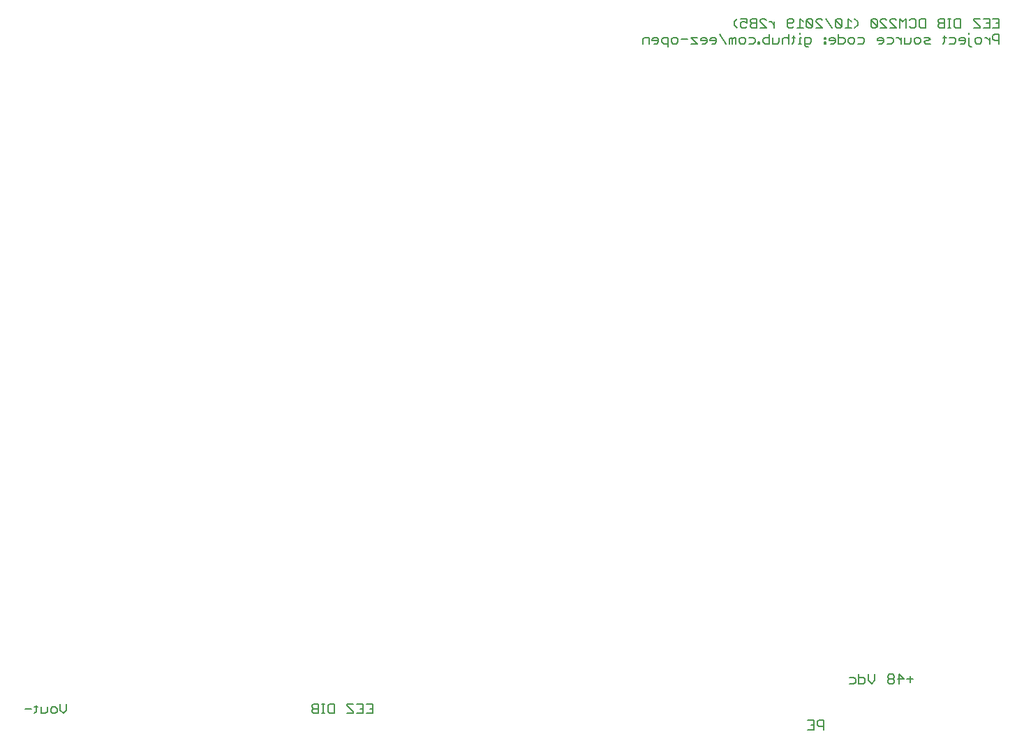
<source format=gbo>
G75*
%MOIN*%
%OFA0B0*%
%FSLAX25Y25*%
%IPPOS*%
%LPD*%
%AMOC8*
5,1,8,0,0,1.08239X$1,22.5*
%
%ADD10C,0.00500*%
D10*
X0316824Y0060285D02*
X0319826Y0060285D01*
X0321394Y0061036D02*
X0322896Y0061036D01*
X0322145Y0061787D02*
X0322145Y0058784D01*
X0321394Y0058033D01*
X0324497Y0058033D02*
X0324497Y0061036D01*
X0327499Y0061036D02*
X0327499Y0058784D01*
X0326749Y0058033D01*
X0324497Y0058033D01*
X0329101Y0058784D02*
X0329101Y0060285D01*
X0329852Y0061036D01*
X0331353Y0061036D01*
X0332103Y0060285D01*
X0332103Y0058784D01*
X0331353Y0058033D01*
X0329852Y0058033D01*
X0329101Y0058784D01*
X0333705Y0059535D02*
X0333705Y0062537D01*
X0333705Y0059535D02*
X0335206Y0058033D01*
X0336707Y0059535D01*
X0336707Y0062537D01*
X0453866Y0061787D02*
X0453866Y0061036D01*
X0454617Y0060285D01*
X0456868Y0060285D01*
X0454617Y0060285D02*
X0453866Y0059535D01*
X0453866Y0058784D01*
X0454617Y0058033D01*
X0456868Y0058033D01*
X0456868Y0062537D01*
X0454617Y0062537D01*
X0453866Y0061787D01*
X0458436Y0062537D02*
X0459938Y0062537D01*
X0459187Y0062537D02*
X0459187Y0058033D01*
X0459938Y0058033D02*
X0458436Y0058033D01*
X0461539Y0058784D02*
X0461539Y0061787D01*
X0462290Y0062537D01*
X0464542Y0062537D01*
X0464542Y0058033D01*
X0462290Y0058033D01*
X0461539Y0058784D01*
X0470747Y0058033D02*
X0473749Y0058033D01*
X0473749Y0058784D01*
X0470747Y0061787D01*
X0470747Y0062537D01*
X0473749Y0062537D01*
X0475351Y0062537D02*
X0478353Y0062537D01*
X0478353Y0058033D01*
X0475351Y0058033D01*
X0476852Y0060285D02*
X0478353Y0060285D01*
X0479955Y0058033D02*
X0482957Y0058033D01*
X0482957Y0062537D01*
X0479955Y0062537D01*
X0481456Y0060285D02*
X0482957Y0060285D01*
X0690601Y0054787D02*
X0693603Y0054787D01*
X0693603Y0050283D01*
X0690601Y0050283D01*
X0692102Y0052535D02*
X0693603Y0052535D01*
X0695205Y0052535D02*
X0695955Y0051785D01*
X0698207Y0051785D01*
X0698207Y0050283D02*
X0698207Y0054787D01*
X0695955Y0054787D01*
X0695205Y0054037D01*
X0695205Y0052535D01*
X0710465Y0072268D02*
X0712717Y0072268D01*
X0713468Y0073018D01*
X0713468Y0074520D01*
X0712717Y0075270D01*
X0710465Y0075270D01*
X0715069Y0075270D02*
X0717321Y0075270D01*
X0718072Y0074520D01*
X0718072Y0073018D01*
X0717321Y0072268D01*
X0715069Y0072268D01*
X0715069Y0076772D01*
X0719673Y0076772D02*
X0719673Y0073769D01*
X0721174Y0072268D01*
X0722676Y0073769D01*
X0722676Y0076772D01*
X0728881Y0076021D02*
X0728881Y0075270D01*
X0729631Y0074520D01*
X0731133Y0074520D01*
X0731883Y0075270D01*
X0731883Y0076021D01*
X0731133Y0076772D01*
X0729631Y0076772D01*
X0728881Y0076021D01*
X0729631Y0074520D02*
X0728881Y0073769D01*
X0728881Y0073018D01*
X0729631Y0072268D01*
X0731133Y0072268D01*
X0731883Y0073018D01*
X0731883Y0073769D01*
X0731133Y0074520D01*
X0733485Y0074520D02*
X0736487Y0074520D01*
X0734235Y0076772D01*
X0734235Y0072268D01*
X0738089Y0074520D02*
X0741091Y0074520D01*
X0739590Y0076021D02*
X0739590Y0073018D01*
X0768296Y0376516D02*
X0767545Y0377267D01*
X0767545Y0381020D01*
X0767545Y0382522D02*
X0767545Y0383272D01*
X0765227Y0381020D02*
X0763726Y0381020D01*
X0762975Y0380270D01*
X0762975Y0379519D01*
X0765977Y0379519D01*
X0765977Y0378768D02*
X0765977Y0380270D01*
X0765227Y0381020D01*
X0765977Y0378768D02*
X0765227Y0378018D01*
X0763726Y0378018D01*
X0761374Y0378768D02*
X0761374Y0380270D01*
X0760623Y0381020D01*
X0758371Y0381020D01*
X0756770Y0381020D02*
X0755268Y0381020D01*
X0756019Y0381771D02*
X0756019Y0378768D01*
X0755268Y0378018D01*
X0758371Y0378018D02*
X0760623Y0378018D01*
X0761374Y0378768D01*
X0768296Y0376516D02*
X0769047Y0376516D01*
X0770648Y0378768D02*
X0770648Y0380270D01*
X0771399Y0381020D01*
X0772900Y0381020D01*
X0773651Y0380270D01*
X0773651Y0378768D01*
X0772900Y0378018D01*
X0771399Y0378018D01*
X0770648Y0378768D01*
X0775235Y0381020D02*
X0775986Y0381020D01*
X0777487Y0379519D01*
X0777487Y0378018D02*
X0777487Y0381020D01*
X0779089Y0380270D02*
X0779839Y0379519D01*
X0782091Y0379519D01*
X0782091Y0378018D02*
X0782091Y0382522D01*
X0779839Y0382522D01*
X0779089Y0381771D01*
X0779089Y0380270D01*
X0779089Y0385518D02*
X0782091Y0385518D01*
X0782091Y0390022D01*
X0779089Y0390022D01*
X0777487Y0390022D02*
X0777487Y0385518D01*
X0774485Y0385518D01*
X0772883Y0385518D02*
X0769881Y0385518D01*
X0772883Y0385518D02*
X0772883Y0386268D01*
X0769881Y0389271D01*
X0769881Y0390022D01*
X0772883Y0390022D01*
X0774485Y0390022D02*
X0777487Y0390022D01*
X0777487Y0387770D02*
X0775986Y0387770D01*
X0780590Y0387770D02*
X0782091Y0387770D01*
X0763676Y0390022D02*
X0763676Y0385518D01*
X0761424Y0385518D01*
X0760673Y0386268D01*
X0760673Y0389271D01*
X0761424Y0390022D01*
X0763676Y0390022D01*
X0759072Y0390022D02*
X0757570Y0390022D01*
X0758321Y0390022D02*
X0758321Y0385518D01*
X0759072Y0385518D02*
X0757570Y0385518D01*
X0756002Y0385518D02*
X0753750Y0385518D01*
X0753000Y0386268D01*
X0753000Y0387019D01*
X0753750Y0387770D01*
X0756002Y0387770D01*
X0756002Y0385518D02*
X0756002Y0390022D01*
X0753750Y0390022D01*
X0753000Y0389271D01*
X0753000Y0388520D01*
X0753750Y0387770D01*
X0746794Y0390022D02*
X0746794Y0385518D01*
X0744543Y0385518D01*
X0743792Y0386268D01*
X0743792Y0389271D01*
X0744543Y0390022D01*
X0746794Y0390022D01*
X0742191Y0389271D02*
X0742191Y0386268D01*
X0741440Y0385518D01*
X0739939Y0385518D01*
X0739188Y0386268D01*
X0737587Y0385518D02*
X0737587Y0390022D01*
X0736085Y0388520D01*
X0734584Y0390022D01*
X0734584Y0385518D01*
X0732983Y0385518D02*
X0729980Y0388520D01*
X0729980Y0389271D01*
X0730731Y0390022D01*
X0732232Y0390022D01*
X0732983Y0389271D01*
X0732983Y0385518D02*
X0729980Y0385518D01*
X0728379Y0385518D02*
X0725376Y0388520D01*
X0725376Y0389271D01*
X0726127Y0390022D01*
X0727628Y0390022D01*
X0728379Y0389271D01*
X0728379Y0385518D02*
X0725376Y0385518D01*
X0723775Y0386268D02*
X0720772Y0389271D01*
X0720772Y0386268D01*
X0721523Y0385518D01*
X0723024Y0385518D01*
X0723775Y0386268D01*
X0723775Y0389271D01*
X0723024Y0390022D01*
X0721523Y0390022D01*
X0720772Y0389271D01*
X0714567Y0388520D02*
X0713066Y0390022D01*
X0714567Y0388520D02*
X0714567Y0387019D01*
X0713066Y0385518D01*
X0711498Y0385518D02*
X0708495Y0385518D01*
X0709996Y0385518D02*
X0709996Y0390022D01*
X0711498Y0388520D01*
X0706894Y0389271D02*
X0706143Y0390022D01*
X0704642Y0390022D01*
X0703891Y0389271D01*
X0706894Y0386268D01*
X0706143Y0385518D01*
X0704642Y0385518D01*
X0703891Y0386268D01*
X0703891Y0389271D01*
X0706894Y0389271D02*
X0706894Y0386268D01*
X0705426Y0382522D02*
X0705426Y0378018D01*
X0707678Y0378018D01*
X0708428Y0378768D01*
X0708428Y0380270D01*
X0707678Y0381020D01*
X0705426Y0381020D01*
X0703824Y0380270D02*
X0703824Y0378768D01*
X0703074Y0378018D01*
X0701573Y0378018D01*
X0700822Y0379519D02*
X0703824Y0379519D01*
X0703824Y0380270D02*
X0703074Y0381020D01*
X0701573Y0381020D01*
X0700822Y0380270D01*
X0700822Y0379519D01*
X0699221Y0378768D02*
X0699221Y0378018D01*
X0698470Y0378018D01*
X0698470Y0378768D01*
X0699221Y0378768D01*
X0699221Y0380270D02*
X0699221Y0381020D01*
X0698470Y0381020D01*
X0698470Y0380270D01*
X0699221Y0380270D01*
X0697686Y0385518D02*
X0694683Y0385518D01*
X0693082Y0386268D02*
X0690079Y0389271D01*
X0690079Y0386268D01*
X0690830Y0385518D01*
X0692331Y0385518D01*
X0693082Y0386268D01*
X0693082Y0389271D01*
X0692331Y0390022D01*
X0690830Y0390022D01*
X0690079Y0389271D01*
X0688478Y0388520D02*
X0686977Y0390022D01*
X0686977Y0385518D01*
X0688478Y0385518D02*
X0685476Y0385518D01*
X0683874Y0386268D02*
X0683124Y0385518D01*
X0681622Y0385518D01*
X0680872Y0386268D01*
X0680872Y0389271D01*
X0681622Y0390022D01*
X0683124Y0390022D01*
X0683874Y0389271D01*
X0683874Y0388520D01*
X0683124Y0387770D01*
X0680872Y0387770D01*
X0681572Y0382522D02*
X0681572Y0378018D01*
X0683140Y0378018D02*
X0683891Y0378768D01*
X0683891Y0381771D01*
X0684641Y0381020D02*
X0683140Y0381020D01*
X0681572Y0380270D02*
X0680822Y0381020D01*
X0679320Y0381020D01*
X0678570Y0380270D01*
X0678570Y0378018D01*
X0676968Y0378768D02*
X0676218Y0378018D01*
X0673966Y0378018D01*
X0673966Y0381020D01*
X0672364Y0381020D02*
X0670112Y0381020D01*
X0669362Y0380270D01*
X0669362Y0378768D01*
X0670112Y0378018D01*
X0672364Y0378018D01*
X0672364Y0382522D01*
X0670830Y0385518D02*
X0667827Y0388520D01*
X0667827Y0389271D01*
X0668578Y0390022D01*
X0670079Y0390022D01*
X0670830Y0389271D01*
X0672414Y0388520D02*
X0673165Y0388520D01*
X0674666Y0387019D01*
X0674666Y0385518D02*
X0674666Y0388520D01*
X0670830Y0385518D02*
X0667827Y0385518D01*
X0666226Y0385518D02*
X0663974Y0385518D01*
X0663223Y0386268D01*
X0663223Y0387019D01*
X0663974Y0387770D01*
X0666226Y0387770D01*
X0666226Y0385518D02*
X0666226Y0390022D01*
X0663974Y0390022D01*
X0663223Y0389271D01*
X0663223Y0388520D01*
X0663974Y0387770D01*
X0661622Y0387770D02*
X0660121Y0388520D01*
X0659370Y0388520D01*
X0658619Y0387770D01*
X0658619Y0386268D01*
X0659370Y0385518D01*
X0660871Y0385518D01*
X0661622Y0386268D01*
X0661622Y0387770D02*
X0661622Y0390022D01*
X0658619Y0390022D01*
X0657018Y0390022D02*
X0655517Y0388520D01*
X0655517Y0387019D01*
X0657018Y0385518D01*
X0656251Y0381020D02*
X0655500Y0381020D01*
X0654749Y0380270D01*
X0653999Y0381020D01*
X0653248Y0380270D01*
X0653248Y0378018D01*
X0654749Y0378018D02*
X0654749Y0380270D01*
X0656251Y0381020D02*
X0656251Y0378018D01*
X0657852Y0378768D02*
X0657852Y0380270D01*
X0658603Y0381020D01*
X0660104Y0381020D01*
X0660855Y0380270D01*
X0660855Y0378768D01*
X0660104Y0378018D01*
X0658603Y0378018D01*
X0657852Y0378768D01*
X0662456Y0378018D02*
X0664708Y0378018D01*
X0665458Y0378768D01*
X0665458Y0380270D01*
X0664708Y0381020D01*
X0662456Y0381020D01*
X0667010Y0378768D02*
X0667010Y0378018D01*
X0667760Y0378018D01*
X0667760Y0378768D01*
X0667010Y0378768D01*
X0676968Y0378768D02*
X0676968Y0381020D01*
X0686209Y0378018D02*
X0687711Y0378018D01*
X0686960Y0378018D02*
X0686960Y0381020D01*
X0687711Y0381020D01*
X0689312Y0381020D02*
X0689312Y0377267D01*
X0690063Y0376516D01*
X0690813Y0376516D01*
X0691564Y0378018D02*
X0689312Y0378018D01*
X0691564Y0378018D02*
X0692315Y0378768D01*
X0692315Y0380270D01*
X0691564Y0381020D01*
X0689312Y0381020D01*
X0686960Y0382522D02*
X0686960Y0383272D01*
X0694683Y0388520D02*
X0694683Y0389271D01*
X0695434Y0390022D01*
X0696935Y0390022D01*
X0697686Y0389271D01*
X0699287Y0390022D02*
X0702290Y0385518D01*
X0697686Y0385518D02*
X0694683Y0388520D01*
X0710030Y0380270D02*
X0710780Y0381020D01*
X0712282Y0381020D01*
X0713032Y0380270D01*
X0713032Y0378768D01*
X0712282Y0378018D01*
X0710780Y0378018D01*
X0710030Y0378768D01*
X0710030Y0380270D01*
X0714634Y0381020D02*
X0716886Y0381020D01*
X0717636Y0380270D01*
X0717636Y0378768D01*
X0716886Y0378018D01*
X0714634Y0378018D01*
X0723842Y0379519D02*
X0723842Y0380270D01*
X0724592Y0381020D01*
X0726093Y0381020D01*
X0726844Y0380270D01*
X0726844Y0378768D01*
X0726093Y0378018D01*
X0724592Y0378018D01*
X0723842Y0379519D02*
X0726844Y0379519D01*
X0728445Y0378018D02*
X0730697Y0378018D01*
X0731448Y0378768D01*
X0731448Y0380270D01*
X0730697Y0381020D01*
X0728445Y0381020D01*
X0733033Y0381020D02*
X0733783Y0381020D01*
X0735285Y0379519D01*
X0735285Y0378018D02*
X0735285Y0381020D01*
X0736886Y0381020D02*
X0736886Y0378018D01*
X0739138Y0378018D01*
X0739889Y0378768D01*
X0739889Y0381020D01*
X0741490Y0380270D02*
X0742241Y0381020D01*
X0743742Y0381020D01*
X0744492Y0380270D01*
X0744492Y0378768D01*
X0743742Y0378018D01*
X0742241Y0378018D01*
X0741490Y0378768D01*
X0741490Y0380270D01*
X0746094Y0381020D02*
X0748346Y0381020D01*
X0749096Y0380270D01*
X0748346Y0379519D01*
X0746845Y0379519D01*
X0746094Y0378768D01*
X0746845Y0378018D01*
X0749096Y0378018D01*
X0742191Y0389271D02*
X0741440Y0390022D01*
X0739939Y0390022D01*
X0739188Y0389271D01*
X0651647Y0378018D02*
X0648644Y0382522D01*
X0647043Y0380270D02*
X0647043Y0378768D01*
X0646292Y0378018D01*
X0644791Y0378018D01*
X0644040Y0379519D02*
X0647043Y0379519D01*
X0647043Y0380270D02*
X0646292Y0381020D01*
X0644791Y0381020D01*
X0644040Y0380270D01*
X0644040Y0379519D01*
X0642439Y0379519D02*
X0639436Y0379519D01*
X0639436Y0380270D01*
X0640187Y0381020D01*
X0641688Y0381020D01*
X0642439Y0380270D01*
X0642439Y0378768D01*
X0641688Y0378018D01*
X0640187Y0378018D01*
X0637835Y0378018D02*
X0634832Y0381020D01*
X0637835Y0381020D01*
X0637835Y0378018D02*
X0634832Y0378018D01*
X0633231Y0380270D02*
X0630228Y0380270D01*
X0628627Y0380270D02*
X0628627Y0378768D01*
X0627876Y0378018D01*
X0626375Y0378018D01*
X0625625Y0378768D01*
X0625625Y0380270D01*
X0626375Y0381020D01*
X0627876Y0381020D01*
X0628627Y0380270D01*
X0624023Y0381020D02*
X0621771Y0381020D01*
X0621021Y0380270D01*
X0621021Y0378768D01*
X0621771Y0378018D01*
X0624023Y0378018D01*
X0624023Y0376516D02*
X0624023Y0381020D01*
X0619419Y0380270D02*
X0619419Y0378768D01*
X0618669Y0378018D01*
X0617167Y0378018D01*
X0616417Y0379519D02*
X0619419Y0379519D01*
X0619419Y0380270D02*
X0618669Y0381020D01*
X0617167Y0381020D01*
X0616417Y0380270D01*
X0616417Y0379519D01*
X0614815Y0381020D02*
X0612563Y0381020D01*
X0611813Y0380270D01*
X0611813Y0378018D01*
X0614815Y0378018D02*
X0614815Y0381020D01*
M02*

</source>
